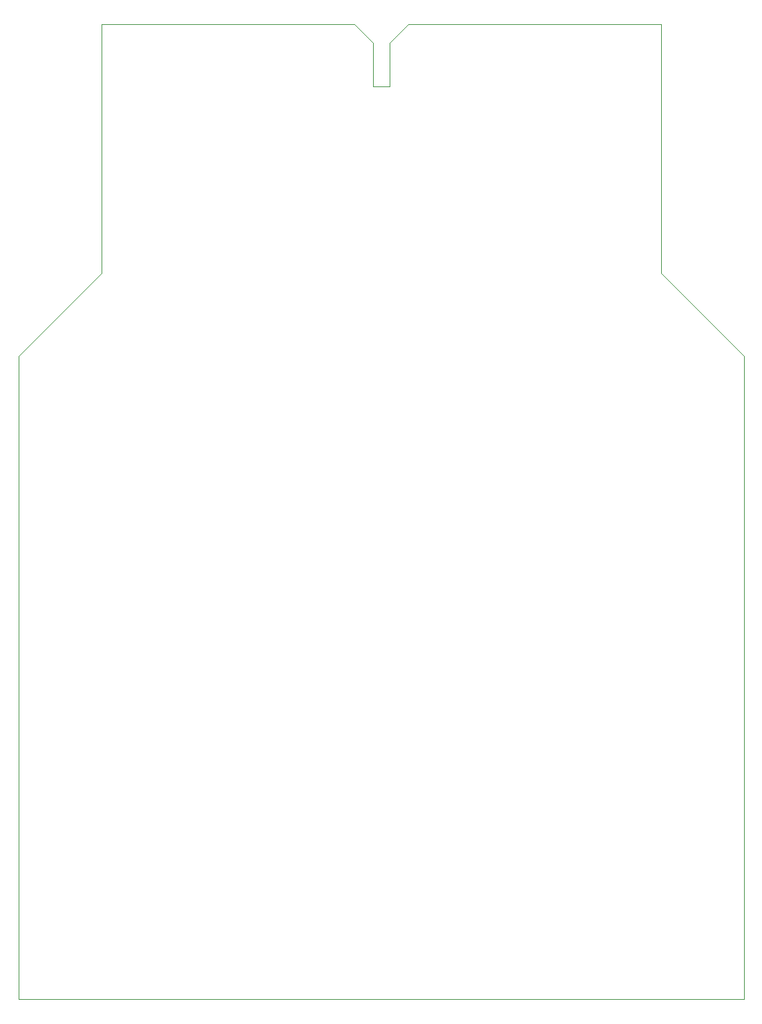
<source format=gbr>
G04 #@! TF.GenerationSoftware,KiCad,Pcbnew,5.1.2-f72e74a~84~ubuntu18.04.1*
G04 #@! TF.CreationDate,2019-07-07T13:50:12+03:00*
G04 #@! TF.ProjectId,fart,66617274-2e6b-4696-9361-645f70636258,rev?*
G04 #@! TF.SameCoordinates,Original*
G04 #@! TF.FileFunction,Profile,NP*
%FSLAX46Y46*%
G04 Gerber Fmt 4.6, Leading zero omitted, Abs format (unit mm)*
G04 Created by KiCad (PCBNEW 5.1.2-f72e74a~84~ubuntu18.04.1) date 2019-07-07 13:50:12*
%MOMM*%
%LPD*%
G04 APERTURE LIST*
%ADD10C,0.050000*%
G04 APERTURE END LIST*
D10*
X152146000Y-64516000D02*
X154432000Y-62230000D01*
X147828000Y-62230000D02*
X150114000Y-64516000D01*
X106680000Y-102870000D02*
X116840000Y-92710000D01*
X106680000Y-181610000D02*
X106680000Y-102870000D01*
X195580000Y-181610000D02*
X106680000Y-181610000D01*
X195580000Y-102870000D02*
X195580000Y-181610000D01*
X185420000Y-92710000D02*
X195580000Y-102870000D01*
X152146000Y-69850000D02*
X152146000Y-64516000D01*
X150114000Y-69850000D02*
X152146000Y-69850000D01*
X154432000Y-62230000D02*
X185420000Y-62230000D01*
X150114000Y-64516000D02*
X150114000Y-69850000D01*
X116840000Y-92710000D02*
X116840000Y-62230000D01*
X185420000Y-62230000D02*
X185420000Y-92710000D01*
X116840000Y-62230000D02*
X147828000Y-62230000D01*
M02*

</source>
